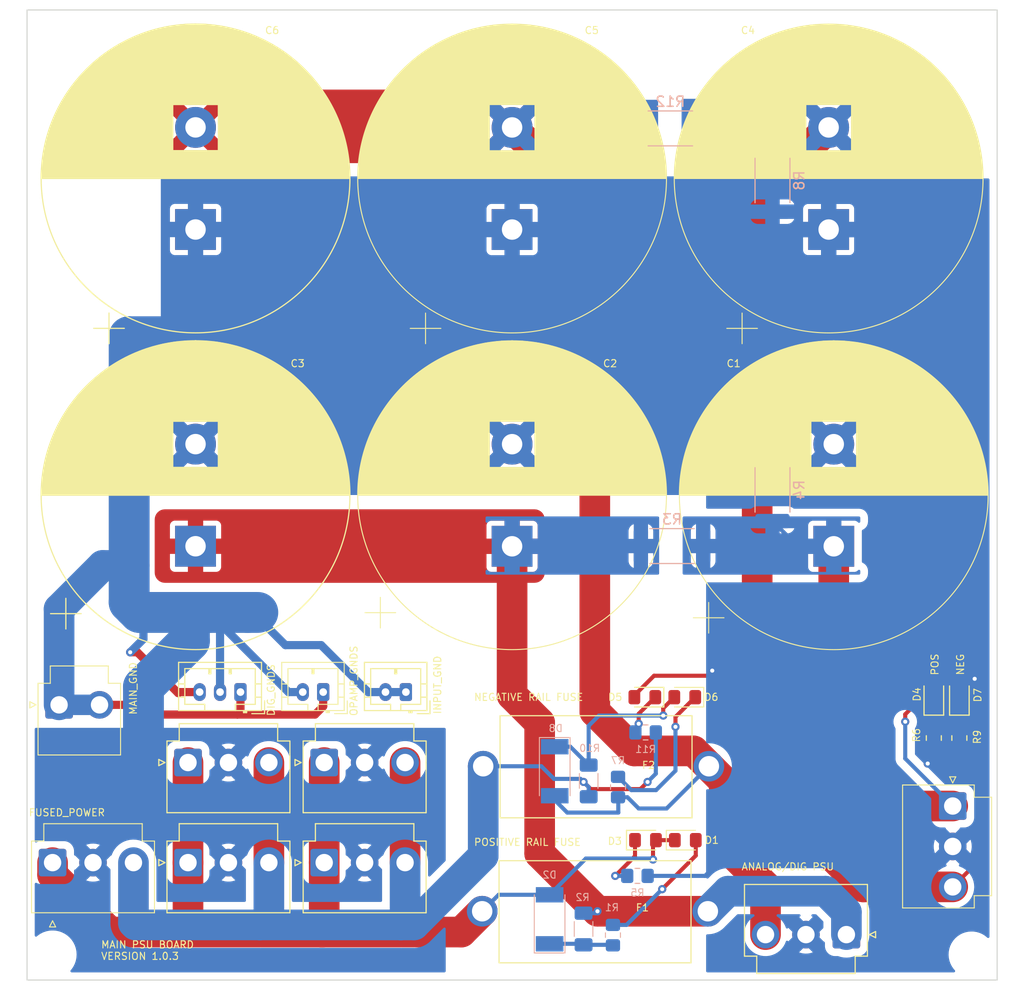
<source format=kicad_pcb>
(kicad_pcb (version 20211014) (generator pcbnew)
  (layers (0 "F.Cu" signal) (31 "B.Cu" signal) (34 "B.Paste" user) (35 "F.Paste" user) (36 "B.SilkS" user "B.Silkscreen") (37 "F.SilkS" user "F.Silkscreen") (38 "B.Mask" user) (39 "F.Mask" user) (44 "Edge.Cuts" user))
  (net 0 "")
  (net 1 "PGND")
  (net 2 "Net-(D1-Pad2)")
  (net 3 "Net-(D2-Pad1)")
  (net 4 "Net-(D3-Pad1)")
  (net 5 "Net-(D4-Pad1)")
  (net 6 "Net-(D5-Pad1)")
  (net 7 "VP1")
  (net 8 "VM1")
  (net 9 "VPOUT")
  (net 10 "VMOUT")
  (net 11 "Net-(D6-Pad2)")
  (net 12 "VPEXT")
  (net 13 "VMEXT")
  (net 14 "Net-(D7-Pad1)")
  (net 15 "Net-(D6-Pad1)")
  (footprint "Capacitor_THT:CP_Radial_D30.0mm_P10.00mm_SnapIn" (layer "F.Cu") (at 181 96.522935 90)
    (fp_text reference "C2" (at 17.900001 9.6 unlocked) (layer "F.SilkS") (effects (font (size 0.7 0.7) (thickness 0.1))))
    (fp_text value "15000U")
    (pad "1" thru_hole rect (at 0 0 90) (size 4 4) (drill 2) (layers *.Cu *.Mask) (net 12 "VPEXT"))
    (pad "2" thru_hole circle (at 10 0 90) (size 4 4) (drill 2) (layers *.Cu *.Mask) (net 1 "PGND"))
  )
  (footprint "MountingHole:MountingHole_3.2mm_M3" (layer "F.Cu") (at 226 46.5)
    (fp_text reference "H4" hide)
    (fp_text value "MountingHole")
    (pad "" np_thru_hole circle (at 0 0) (size 3.2 3.2) (drill 3.2) (layers *.Cu *.Mask))
  )
  (footprint "LED_SMD:LED_0805_2012Metric_Pad1.15x1.40mm_HandSolder" (layer "F.Cu") (at 222.3 111.2 90)
    (fp_text reference "D4" (at 0.175 -1.65 90 unlocked) (layer "F.SilkS") (effects (font (size 0.7 0.7) (thickness 0.1))))
    (fp_text value "YELLOW")
    (pad "1" smd roundrect (at -1.025 0 90) (size 1.15 1.4) (layers "F.Cu" "F.Paste" "F.Mask") (roundrect_rratio 0.2173913043) (net 5 "Net-(D4-Pad1)"))
    (pad "2" smd roundrect (at 1.025 0 90) (size 1.15 1.4) (layers "F.Cu" "F.Paste" "F.Mask") (roundrect_rratio 0.2173913043) (net 7 "VP1"))
  )
  (footprint "Capacitor_THT:CP_Radial_D30.0mm_P10.00mm_SnapIn" (layer "F.Cu") (at 212.5 96.522934 90)
    (fp_text reference "C1" (at 17.9 -9.8 unlocked) (layer "F.SilkS") (effects (font (size 0.7 0.7) (thickness 0.1))))
    (fp_text value "15000U")
    (pad "1" thru_hole rect (at 0 0 90) (size 4 4) (drill 2) (layers *.Cu *.Mask) (net 7 "VP1"))
    (pad "2" thru_hole circle (at 10 0 90) (size 4 4) (drill 2) (layers *.Cu *.Mask) (net 1 "PGND"))
  )
  (footprint "Connector_JST:JST_VH_B3P-VH_1x03_P3.96mm_Vertical" (layer "F.Cu") (at 162.6 127.5)
    (fp_text reference "J4" hide)
    (fp_text value "Conn_01x03_Male")
    (pad "1" thru_hole roundrect (at 0 0) (size 2.7 2.7) (drill 1.7) (layers *.Cu *.Mask) (roundrect_rratio 0.09259296296) (net 9 "VPOUT"))
    (pad "2" thru_hole circle (at 3.96 0) (size 2.7 2.7) (drill 1.7) (layers *.Cu *.Mask) (net 1 "PGND"))
    (pad "3" thru_hole circle (at 7.92 0) (size 2.7 2.7) (drill 1.7) (layers *.Cu *.Mask) (net 10 "VMOUT"))
  )
  (footprint "MountingHole:MountingHole_3.2mm_M3" (layer "F.Cu") (at 136 136.5)
    (fp_text reference "H2" hide)
    (fp_text value "MountingHole")
    (pad "" np_thru_hole circle (at 0 0) (size 3.2 3.2) (drill 3.2) (layers *.Cu *.Mask))
  )
  (footprint "Connector_JST:JST_VH_B3P-VH_1x03_P3.96mm_Vertical" (layer "F.Cu") (at 136 127.5)
    (fp_text reference "J2" hide)
    (fp_text value "Conn_01x03_Male")
    (pad "1" thru_hole roundrect (at 0 0) (size 2.7 2.7) (drill 1.7) (layers *.Cu *.Mask) (roundrect_rratio 0.09259296296) (net 9 "VPOUT"))
    (pad "2" thru_hole circle (at 3.96 0) (size 2.7 2.7) (drill 1.7) (layers *.Cu *.Mask) (net 1 "PGND"))
    (pad "3" thru_hole circle (at 7.92 0) (size 2.7 2.7) (drill 1.7) (layers *.Cu *.Mask) (net 10 "VMOUT"))
  )
  (footprint "Connector_JST:JST_VH_B2P-VH-B_1x02_P3.96mm_Vertical" (layer "F.Cu") (at 136.6375 112.05)
    (fp_text reference "J7" hide)
    (fp_text value "Conn_01x02_Male")
    (pad "1" thru_hole roundrect (at 0 0) (size 2.7 2.7) (drill 1.7) (layers *.Cu *.Mask) (roundrect_rratio 0.09259296296) (net 1 "PGND"))
    (pad "2" thru_hole circle (at 3.96 0) (size 2.7 2.7) (drill 1.7) (layers *.Cu *.Mask) (net 1 "PGND"))
  )
  (footprint "Capacitor_THT:CP_Radial_D30.0mm_P10.00mm_SnapIn" (layer "F.Cu") (at 212 65.505 90)
    (fp_text reference "C4" (at 19.505 -7.9 unlocked) (layer "F.SilkS") (effects (font (size 0.7 0.7) (thickness 0.1))))
    (fp_text value "15000U")
    (pad "1" thru_hole rect (at 0 0 90) (size 4 4) (drill 2) (layers *.Cu *.Mask) (net 1 "PGND"))
    (pad "2" thru_hole circle (at 10 0 90) (size 4 4) (drill 2) (layers *.Cu *.Mask) (net 8 "VM1"))
  )
  (footprint "Connector_JST:JST_VH_B3P-VH_1x03_P3.96mm_Vertical" (layer "F.Cu") (at 149.2625 117.7)
    (fp_text reference "J8" hide)
    (fp_text value "Conn_01x03_Male")
    (pad "1" thru_hole roundrect (at 0 0) (size 2.7 2.7) (drill 1.7) (layers *.Cu *.Mask) (roundrect_rratio 0.09259296296) (net 9 "VPOUT"))
    (pad "2" thru_hole circle (at 3.96 0) (size 2.7 2.7) (drill 1.7) (layers *.Cu *.Mask) (net 1 "PGND"))
    (pad "3" thru_hole circle (at 7.92 0) (size 2.7 2.7) (drill 1.7) (layers *.Cu *.Mask) (net 10 "VMOUT"))
  )
  (footprint "LED_SMD:LED_0805_2012Metric_Pad1.15x1.40mm_HandSolder" (layer "F.Cu") (at 197.9625 125.3)
    (fp_text reference "D1" (at 2.6 0 unlocked) (layer "F.SilkS") (effects (font (size 0.7 0.7) (thickness 0.1))))
    (fp_text value "RED")
    (pad "1" smd roundrect (at -1.025 0) (size 1.15 1.4) (layers "F.Cu" "F.Paste" "F.Mask") (roundrect_rratio 0.2173913043) (net 9 "VPOUT"))
    (pad "2" smd roundrect (at 1.025 0) (size 1.15 1.4) (layers "F.Cu" "F.Paste" "F.Mask") (roundrect_rratio 0.2173913043) (net 2 "Net-(D1-Pad2)"))
  )
  (footprint "LED_SMD:LED_0805_2012Metric_Pad1.15x1.40mm_HandSolder" (layer "F.Cu") (at 194.0625 125.3)
    (fp_text reference "D3" (at -3 0.1 unlocked) (layer "F.SilkS") (effects (font (size 0.7 0.7) (thickness 0.1))))
    (fp_text value "YELLOW")
    (pad "1" smd roundrect (at -1.025 0) (size 1.15 1.4) (layers "F.Cu" "F.Paste" "F.Mask") (roundrect_rratio 0.2173913043) (net 4 "Net-(D3-Pad1)"))
    (pad "2" smd roundrect (at 1.025 0) (size 1.15 1.4) (layers "F.Cu" "F.Paste" "F.Mask") (roundrect_rratio 0.2173913043) (net 9 "VPOUT"))
  )
  (footprint "Resistor_SMD:R_0805_2012Metric_Pad1.20x1.40mm_HandSolder" (layer "F.Cu") (at 224.8 115.3 -90)
    (fp_text reference "R9" (at -0.1 -1.75 90 unlocked) (layer "F.SilkS") (effects (font (size 0.7 0.7) (thickness 0.1))))
    (fp_text value "9.1K")
    (pad "1" smd roundrect (at -1 0 270) (size 1.2 1.4) (layers "F.Cu" "F.Paste" "F.Mask") (roundrect_rratio 0.2083333333) (net 14 "Net-(D7-Pad1)"))
    (pad "2" smd roundrect (at 1 0 270) (size 1.2 1.4) (layers "F.Cu" "F.Paste" "F.Mask") (roundrect_rratio 0.2083333333) (net 8 "VM1"))
  )
  (footprint "LED_SMD:LED_0805_2012Metric_Pad1.15x1.40mm_HandSolder" (layer "F.Cu") (at 224.8 111.2 90)
    (fp_text reference "D7" (at 0.1 1.8 90 unlocked) (layer "F.SilkS") (effects (font (size 0.7 0.7) (thickness 0.1))))
    (fp_text value "BLUE")
    (pad "1" smd roundrect (at -1.025 0 90) (size 1.15 1.4) (layers "F.Cu" "F.Paste" "F.Mask") (roundrect_rratio 0.2173913043) (net 14 "Net-(D7-Pad1)"))
    (pad "2" smd roundrect (at 1.025 0 90) (size 1.15 1.4) (layers "F.Cu" "F.Paste" "F.Mask") (roundrect_rratio 0.2173913043) (net 1 "PGND"))
  )
  (footprint "Connector_JST:JST_PH_B3B-PH-K_1x03_P2.00mm_Vertical" (layer "F.Cu") (at 154.4 110.8 180)
    (fp_text reference "J11" hide)
    (fp_text value "Conn_01x03_Male")
    (pad "1" thru_hole roundrect (at 0 0 180) (size 1.2 1.75) (drill 0.75) (layers *.Cu *.Mask) (roundrect_rratio 0.2083333333) (net 1 "PGND"))
    (pad "2" thru_hole oval (at 2 0 180) (size 1.2 1.75) (drill 0.75) (layers *.Cu *.Mask) (net 1 "PGND"))
    (pad "3" thru_hole oval (at 4 0 180) (size 1.2 1.75) (drill 0.75) (layers *.Cu *.Mask) (net 1 "PGND"))
  )
  (footprint "Connector_JST:JST_PH_B2B-PH-K_1x02_P2.00mm_Vertical" (layer "F.Cu") (at 170.6 110.8 180)
    (fp_text reference "J6" hide)
    (fp_text value "Conn_01x02_Male")
    (pad "1" thru_hole roundrect (at 0 0 180) (size 1.2 1.75) (drill 0.75) (layers *.Cu *.Mask) (roundrect_rratio 0.2083333333) (net 1 "PGND"))
    (pad "2" thru_hole oval (at 2 0 180) (size 1.2 1.75) (drill 0.75) (layers *.Cu *.Mask) (net 1 "PGND"))
  )
  (footprint "LED_SMD:LED_0805_2012Metric_Pad1.15x1.40mm_HandSolder" (layer "F.Cu") (at 194 111.3 180)
    (fp_text reference "D5" (at 2.9 0 unlocked) (layer "F.SilkS") (effects (font (size 0.7 0.7) (thickness 0.1))))
    (fp_text value "BLUE")
    (pad "1" smd roundrect (at -1.025 0 180) (size 1.15 1.4) (layers "F.Cu" "F.Paste" "F.Mask") (roundrect_rratio 0.2173913043) (net 6 "Net-(D5-Pad1)"))
    (pad "2" smd roundrect (at 1.025 0 180) (size 1.15 1.4) (layers "F.Cu" "F.Paste" "F.Mask") (roundrect_rratio 0.2173913043) (net 1 "PGND"))
  )
  (footprint "Connector_JST:JST_VH_B3P-VH_1x03_P3.96mm_Vertical" (layer "F.Cu") (at 149.2625 127.5)
    (fp_text reference "J3" hide)
    (fp_text value "Conn_01x03_Male")
    (pad "1" thru_hole roundrect (at 0 0) (size 2.7 2.7) (drill 1.7) (layers *.Cu *.Mask) (roundrect_rratio 0.09259296296) (net 9 "VPOUT"))
    (pad "2" thru_hole circle (at 3.96 0) (size 2.7 2.7) (drill 1.7) (layers *.Cu *.Mask) (net 1 "PGND"))
    (pad "3" thru_hole circle (at 7.92 0) (size 2.7 2.7) (drill 1.7) (layers *.Cu *.Mask) (net 10 "VMOUT"))
  )
  (footprint "Capacitor_THT:CP_Radial_D30.0mm_P10.00mm_SnapIn" (layer "F.Cu") (at 181 65.505 90)
    (fp_text reference "C5" (at 19.505 7.8 unlocked) (layer "F.SilkS") (effects (font (size 0.7 0.7) (thickness 0.1))))
    (fp_text value "15000U")
    (pad "1" thru_hole rect (at 0 0 90) (size 4 4) (drill 2) (layers *.Cu *.Mask) (net 1 "PGND"))
    (pad "2" thru_hole circle (at 10 0 90) (size 4 4) (drill 2) (layers *.Cu *.Mask) (net 13 "VMEXT"))
  )
  (footprint "Connector_JST:JST_VH_B3P-VH_1x03_P3.96mm_Vertical" (layer "F.Cu") (at 224.15 121.9575 -90)
    (fp_text reference "J9" hide)
    (fp_text value "Conn_01x03_Male")
    (pad "1" thru_hole roundrect (at 0 0 270) (size 2.7 2.7) (drill 1.7) (layers *.Cu *.Mask) (roundrect_rratio 0.09259296296) (net 7 "VP1"))
    (pad "2" thru_hole circle (at 3.96 0 270) (size 2.7 2.7) (drill 1.7) (layers *.Cu *.Mask) (net 1 "PGND"))
    (pad "3" thru_hole circle (at 7.92 0 270) (size 2.7 2.7) (drill 1.7) (layers *.Cu *.Mask) (net 8 "VM1"))
  )
  (footprint "LED_SMD:LED_0805_2012Metric_Pad1.15x1.40mm_HandSolder" (layer "F.Cu") (at 197.91 111.3 180)
    (fp_text reference "D6" (at -2.6 0.004169 unlocked) (layer "F.SilkS") (effects (font (size 0.7 0.7) (thickness 0.1))))
    (fp_text value "RED")
    (pad "1" smd roundrect (at -1.025 0 180) (size 1.15 1.4) (layers "F.Cu" "F.Paste" "F.Mask") (roundrect_rratio 0.2173913043) (net 15 "Net-(D6-Pad1)"))
    (pad "2" smd roundrect (at 1.025 0 180) (size 1.15 1.4) (layers "F.Cu" "F.Paste" "F.Mask") (roundrect_rratio 0.2173913043) (net 11 "Net-(D6-Pad2)"))
  )
  (footprint "Connector_JST:JST_VH_B3P-VH_1x03_P3.96mm_Vertical" (layer "F.Cu") (at 213.7375 134.55 180)
    (fp_text reference "J1" hide)
    (fp_text value "Conn_01x03_Male")
    (pad "1" thru_hole roundrect (at 0 0 180) (size 2.7 2.7) (drill 1.7) (layers *.Cu *.Mask) (roundrect_rratio 0.09259296296) (net 12 "VPEXT"))
    (pad "2" thru_hole circle (at 3.96 0 180) (size 2.7 2.7) (drill 1.7) (layers *.Cu *.Mask) (net 1 "PGND"))
    (pad "3" thru_hole circle (at 7.92 0 180) (size 2.7 2.7) (drill 1.7) (layers *.Cu *.Mask) (net 13 "VMEXT"))
  )
  (footprint "Fuse:5x20mm AliExpress 250V 6A" (layer "F.Cu") (at 188.870833 125.7125 180)
    (fp_text reference "F1" (at -4.891667 -6.2 unlocked) (layer "F.SilkS") (effects (font (size 0.7 0.7) (thickness 0.1))))
    (fp_text value "Fuse_Small")
    (pad "1" thru_hole circle (at -11.3 -6.55 180) (size 3 3) (drill 2) (layers *.Cu *.Mask) (net 12 "VPEXT"))
    (pad "2" thru_hole circle (at 10.8 -6.55 180) (size 3 3) (drill 2) (layers *.Cu *.Mask) (net 9 "VPOUT"))
  )
  (footprint "Connector_JST:JST_VH_B3P-VH_1x03_P3.96mm_Vertical" (layer "F.Cu") (at 162.6 117.7)
    (fp_text reference "J10" hide)
    (fp_text value "Conn_01x03_Male")
    (pad "1" thru_hole roundrect (at 0 0) (size 2.7 2.7) (drill 1.7) (layers *.Cu *.Mask) (roundrect_rratio 0.09259296296) (net 9 "VPOUT"))
    (pad "2" thru_hole circle (at 3.96 0) (size 2.7 2.7) (drill 1.7) (layers *.Cu *.Mask) (net 1 "PGND"))
    (pad "3" thru_hole circle (at 7.92 0) (size 2.7 2.7) (drill 1.7) (layers *.Cu *.Mask) (net 10 "VMOUT"))
  )
  (footprint "Connector_JST:JST_PH_B2B-PH-K_1x02_P2.00mm_Vertical" (layer "F.Cu") (at 162.5 110.8 180)
    (fp_text reference "J5" hide)
    (fp_text value "Conn_01x02_Male")
    (pad "1" thru_hole roundrect (at 0 0 180) (size 1.2 1.75) (drill 0.75) (layers *.Cu *.Mask) (roundrect_rratio 0.2083333333) (net 1 "PGND"))
    (pad "2" thru_hole oval (at 2 0 180) (size 1.2 1.75) (drill 0.75) (layers *.Cu *.Mask) (net 1 "PGND"))
  )
  (footprint "MountingHole:MountingHole_3mm" (layer "F.Cu") (at 226 136.5)
    (fp_text reference "H1" hide)
    (fp_text value "MountingHole")
    (pad "" np_thru_hole circle (at 0 0) (size 3 3) (drill 3) (layers *.Cu *.Mask))
  )
  (footprint "Capacitor_THT:CP_Radial_D30.0mm_P10.00mm_SnapIn" (layer "F.Cu") (at 150 65.5 90)
    (fp_text reference "C6" (at 19.5 7.5 unlocked) (layer "F.SilkS") (effects (font (size 0.7 0.7) (thickness 0.1))))
    (fp_text value "15000U")
    (pad "1" thru_hole rect (at 0 0 90) (size 4 4) (drill 2) (layers *.Cu *.Mask) (net 1 "PGND"))
    (pad "2" thru_hole circle (at 10 0 90) (size 4 4) (drill 2) (layers *.Cu *.Mask) (net 13 "VMEXT"))
  )
  (footprint "Capacitor_THT:CP_Radial_D30.0mm_P10.00mm_SnapIn" (layer "F.Cu") (at 150 96.517934 90)
    (fp_text reference "C3" (at 17.895 10 unlocked) (layer "F.SilkS") (effects (font (size 0.7 0.7) (thickness 0.1))))
    (fp_text value "15000U")
    (pad "1" thru_hole rect (at 0 0 90) (size 4 4) (drill 2) (layers *.Cu *.Mask) (net 12 "VPEXT"))
    (pad "2" thru_hole circle (at 10 0 90) (size 4 4) (drill 2) (layers *.Cu *.Mask) (net 1 "PGND"))
  )
  (footprint "Fuse:5x20mm AliExpress 250V 6A" (layer "F.Cu") (at 188.970833 111.5125 180)
    (fp_text reference "F2" (at -5.391667 -6.45 unlocked) (layer "F.SilkS") (effects (font (size 0.7 0.7) (thickness 0.1))))
    (fp_text value "Fuse_Small")
    (pad "1" thru_hole circle (at -11.3 -6.55 180) (size 3 3) (drill 2) (layers *.Cu *.Mask) (net 13 "VMEXT"))
    (pad "2" thru_hole circle (at 10.8 -6.55 180) (size 3 3) (drill 2) (layers *.Cu *.Mask) (net 10 "VMOUT"))
  )
  (footprint "Resistor_SMD:R_0805_2012Metric_Pad1.20x1.40mm_HandSolder" (layer "F.Cu") (at 222.3 115.3 -90)
    (fp_text reference "R6" (at -0.275 1.7 90 unlocked) (layer "F.SilkS") (effects (font (size 0.7 0.7) (thickness 0.1))))
    (fp_text value "9.1K")
    (pad "1" smd roundrect (at -1 0 270) (size 1.2 1.4) (layers "F.Cu" "F.Paste" "F.Mask") (roundrect_rratio 0.2083333333) (net 5 "Net-(D4-Pad1)"))
    (pad "2" smd roundrect (at 1 0 270) (size 1.2 1.4) (layers "F.Cu" "F.Paste" "F.Mask") (roundrect_rratio 0.2083333333) (net 1 "PGND"))
  )
  (footprint "MountingHole:MountingHole_3mm" (layer "F.Cu") (at 136 46.5)
    (fp_text reference "H3" hide)
    (fp_text value "MountingHole")
    (pad "" np_thru_hole circle (at 0 0) (size 3 3) (drill 3) (layers *.Cu *.Mask))
  )
  (footprint "Diode_SMD:D_MELF" (layer "B.Cu") (at 185.175 118.55 -90)
    (fp_text reference "D8" (at -4.2 -0.1 unlocked) (layer "B.SilkS") (effects (font (size 0.7 0.7) (thickness 0.1)) (justify mirror)))
    (fp_text value "5V")
    (pad "1" smd rect (at -2.4 0 270) (size 1.5 2.7) (layers "B.Cu" "B.Paste" "B.Mask") (net 11 "Net-(D6-Pad2)"))
    (pad "2" smd rect (at 2.4 0 270) (size 1.5 2.7) (layers "B.Cu" "B.Paste" "B.Mask") (net 13 "VMEXT"))
  )
  (footprint "Resistor_SMD:R_1206_3216Metric_Pad1.30x1.75mm_HandSolder" (layer "B.Cu") (at 188.5 119.5 90)
    (fp_text reference "R10" (at 3.2 0.1 unlocked) (layer "B.SilkS") (effects (font (size 0.7 0.7) (thickness 0.1)) (justify mirror)))
    (fp_text value "3.5K")
    (pad "1" smd roundrect (at -1.55 0 90) (size 1.3 1.75) (layers "B.Cu" "B.Paste" "B.Mask") (roundrect_rratio 0.1923076923) (net 10 "VMOUT"))
    (pad "2" smd roundrect (at 1.55 0 90) (size 1.3 1.75) (layers "B.Cu" "B.Paste" "B.Mask") (roundrect_rratio 0.1923076923) (net 11 "Net-(D6-Pad2)"))
  )
  (footprint "Resistor_SMD:R_2512_6332Metric_Pad1.40x3.35mm_HandSolder" (layer "B.Cu") (at 196.5 55.6 180)
    (fp_text reference "R12" (at 0 2.62) (layer "B.SilkS") (effects (justify mirror)))
    (fp_text value "0.050")
    (pad "1" smd roundrect (at -3.05 0 180) (size 1.4 3.35) (layers "B.Cu" "B.Paste" "B.Mask") (roundrect_rratio 0.1785707143) (net 8 "VM1"))
    (pad "2" smd roundrect (at 3.05 0 180) (size 1.4 3.35) (layers "B.Cu" "B.Paste" "B.Mask") (roundrect_rratio 0.1785707143) (net 13 "VMEXT"))
  )
  (footprint "Resistor_SMD:R_1206_3216Metric_Pad1.30x1.75mm_HandSolder" (layer "B.Cu") (at 188 134 -90)
    (fp_text reference "R2" (at -3.1 0.1 unlocked) (layer "B.SilkS") (effects (font (size 0.7 0.7) (thickness 0.1)) (justify mirror)))
    (fp_text value "3.5K")
    (pad "1" smd roundrect (at -1.55 0 270) (size 1.3 1.75) (layers "B.Cu" "B.Paste" "B.Mask") (roundrect_rratio 0.1923076923) (net 12 "VPEXT"))
    (pad "2" smd roundrect (at 1.55 0 270) (size 1.3 1.75) (layers "B.Cu" "B.Paste" "B.Mask") (roundrect_rratio 0.1923076923) (net 3 "Net-(D2-Pad1)"))
  )
  (footprint "Resistor_SMD:R_0805_2012Metric_Pad1.20x1.40mm_HandSolder" (layer "B.Cu") (at 194.075 114.75)
    (fp_text reference "R11" (at 0 1.65 unlocked) (layer "B.SilkS") (effects (font (size 0.7 0.7) (thickness 0.1)) (justify mirror)))
    (fp_text value "9.1K")
    (pad "1" smd roundrect (at -1 0) (size 1.2 1.4) (layers "B.Cu" "B.Paste" "B.Mask") (roundrect_rratio 0.2083333333) (net 6 "Net-(D5-Pad1)"))
    (pad "2" smd roundrect (at 1 0) (size 1.2 1.4) (layers "B.Cu" "B.Paste" "B.Mask") (roundrect_rratio 0.2083333333) (net 10 "VMOUT"))
  )
  (footprint "Resistor_SMD:R_2512_6332Metric_Pad1.40x3.35mm_HandSolder" (layer "B.Cu") (at 206.5 91 90)
    (fp_text reference "R4" (at 0 2.62 270) (layer "B.SilkS") (effects (justify mirror)))
    (fp_text value "1.2K")
    (pad "1" smd roundrect (at -3.05 0 90) (size 1.4 3.35) (layers "B.Cu" "B.Paste" "B.Mask") (roundrect_rratio 0.1785707143) (net 7 "VP1"))
    (pad "2" smd roundrect (at 3.05 0 90) (size 1.4 3.35) (layers "B.Cu" "B.Paste" "B.Mask") (roundrect_rratio 0.1785707143) (net 1 "PGND"))
  )
  (footprint "Resistor_SMD:R_0805_2012Metric_Pad1.20x1.40mm_HandSolder" (layer "B.Cu") (at 191.375 120.1 90)
    (fp_text reference "R7" (at 2.6 0 unlocked) (layer "B.SilkS") (effects (font (size 0.7 0.7) (thickness 0.1)) (justify mirror)))
    (fp_text value "560R")
    (pad "1" smd roundrect (at -1 0 90) (size 1.2 1.4) (layers "B.Cu" "B.Paste" "B.Mask") (roundrect_rratio 0.2083333333) (net 13 "VMEXT"))
    (pad "2" smd roundrect (at 1 0 90) (size 1.2 1.4) (layers "B.Cu" "B.Paste" "B.Mask") (roundrect_rratio 0.2083333333) (net 15 "Net-(D6-Pad1)"))
  )
  (footprint "Diode_SMD:D_MELF" (layer "B.Cu") (at 184.675 133.05 90)
    (fp_text reference "D2" (at 4.35 0 unlocked) (layer "B.SilkS") (effects (font (size 0.7 0.7) (thickness 0.1)) (justify mirror)))
    (fp_text value "5V")
    (pad "1" smd rect (at -2.4 0 90) (size 1.5 2.7) (layers "B.Cu" "B.Paste" "B.Mask") (net 3 "Net-(D2-Pad1)"))
    (pad "2" smd rect (at 2.4 0 90) (size 1.5 2.7) (layers "B.Cu" "B.Paste" "B.Mask") (net 9 "VPOUT"))
  )
  (footprint "Resistor_SMD:R_2512_6332Metric_Pad1.40x3.35mm_HandSolder" (layer "B.Cu") (at 206.5 60.7 90)
    (fp_text reference "R8" (at 0 2.62 270) (layer "B.SilkS") (effects (justify mirror)))
    (fp_text value "1.2K")
    (pad "1" smd roundrect (at -3.05 0 90) (size 1.4 3.35) (layers "B.Cu" "B.Paste" "B.Mask") (roundrect_rratio 0.1785707143) (net 1 "PGND"))
    (pad "2" smd roundrect (at 3.05 0 90) (size 1.4 3.35) (layers "B.Cu" "B.Paste" "B.Mask") (roundrect_rratio 0.1785707143) (net 8 "VM1"))
  )
  (footprint "Resistor_SMD:R_2512_6332Metric_Pad1.40x3.35mm_HandSolder" (layer "B.Cu") (at 196.6625 96.5 180)
    (fp_text reference "R3" (at 0 2.62) (layer "B.SilkS") (effects (justify mirror)))
    (fp_text value "0.050")
    (pad "1" smd roundrect (at -3.05 0 180) (size 1.4 3.35) (layers "B.Cu" "B.Paste" "B.Mask") (roundrect_rratio 0.1785707143) (net 7 "VP1"))
    (pad "2" smd roundrect (at 3.05 0 180) (size 1.4 3.35) (layers "B.Cu" "B.Paste" "B.Mask") (roundrect_rratio 0.1785707143) (net 12 "VPEXT"))
  )
  (footprint "Resistor_SMD:R_0805_2012Metric_Pad1.20x1.40mm_HandSolder" (layer "B.Cu") (at 190.875 134.6 90)
    (fp_text reference "R1" (at 2.7 -0.1 unlocked) (layer "B.SilkS") (effects (font (size 0.7 0.7) (thickness 0.1)) (justify mirror)))
    (fp_text value "560R")
    (pad "1" smd roundrect (at -1 0 90) (size 1.2 1.4) (layers "B.Cu" "B.Paste" "B.Mask") (roundrect_rratio 0.2083333333) (net 3 "Net-(D2-Pad1)"))
    (pad "2" smd roundrect (at 1 0 90) (size 1.2 1.4) (layers "B.Cu" "B.Paste" "B.Mask") (roundrect_rratio 0.2083333333) (net 2 "Net-(D1-Pad2)"))
  )
  (footprint "Resistor_SMD:R_0805_2012Metric_Pad1.20x1.40mm_HandSolder" (layer "B.Cu") (at 193.275 128.8)
    (fp_text reference "R5" (at 0 1.65 unlocked) (layer "B.SilkS") (effects (font (size 0.7 0.7) (thickness 0.1)) (justify mirror)))
    (fp_text value "9.1K")
    (pad "1" smd roundrect (at -1 0) (size 1.2 1.4) (layers "B.Cu" "B.Paste" "B.Mask") (roundrect_rratio 0.2083333333) (net 4 "Net-(D3-Pad1)"))
    (pad "2" smd roundrect (at 1 0) (size 1.2 1.4) (layers "B.Cu" "B.Paste" "B.Mask") (roundrect_rratio 0.2083333333) (net 1 "PGND"))
  )
  (gr_line (start 228.5 44) (end 133.5 44) (layer "Edge.Cuts") (width 0.1))
  (gr_line (start 228.5 139) (end 228.5 44) (layer "Edge.Cuts") (width 0.1))
  (gr_line (start 133.5 44) (end 133.5 139) (layer "Edge.Cuts") (width 0.1))
  (gr_line (start 133.5 139) (end 228.5 139) (layer "Edge.Cuts") (width 0.1))
  (gr_text "FUSED_POWER" (at 137.4 122.6) (layer "F.SilkS") (effects (font (size 0.7 0.7) (thickness 0.1))))
  (gr_text "ANALOG/DIG PSU" (at 208 127.9) (layer "F.SilkS") (effects (font (size 0.7 0.7) (thickness 0.1))))
  (gr_text "MAIN PSU BOARD\nVERSION 1.0.3" (at 140.7 136.1) (layer "F.SilkS") (effects (font (size 0.7 0.7) (thickness 0.1)) (justify left)))
  (gr_text "POSITIVE RAIL FUSE" (at 182.5 125.5) (layer "F.SilkS") (effects (font (size 0.7 0.7) (thickness 0.1))))
  (gr_text "MAIN_GND" (at 143.9 110.441667 90) (layer "F.SilkS") (effects (font (size 0.7 0.7) (thickness 0.1))))
  (gr_text "NEGATIVE RAIL FUSE" (at 182.616667 111.3) (layer "F.SilkS") (effects (font (size 0.7 0.7) (thickness 0.1))))
  (gr_text "POS" (at 222.4 108.1 90) (layer "F.SilkS") (effects (font (size 0.7 0.7) (thickness 0.1))))
  (gr_text "OPAMP_GNDS" (at 165.5 109.7 90) (layer "F.SilkS") (effects (font (size 0.7 0.7) (thickness 0.1))))
  (gr_text "DIG_GNDS" (at 157.4 110.6 90) (layer "F.SilkS") (effects (font (size 0.7 0.7) (thickness 0.1))))
  (gr_text "NEG\n" (at 224.9 108.1 90) (layer "F.SilkS") (effects (font (size 0.7 0.7) (thickness 0.1))))
  (gr_text "INPUT_GND" (at 173.7 110.1 90) (layer "F.SilkS") (effects (font (size 0.7 0.7) (thickness 0.1))))
  (segment (start 148.3 110.9) (end 148.4 110.8) (width 0.8) (layer "F.Cu") (net 1))
  (segment (start 194.9 109.2) (end 200.1 109.2) (width 0.4) (layer "F.Cu") (net 1))
  (segment (start 143.65 112.05) (end 140.5975 112.05) (width 0.8) (layer "F.Cu") (net 1))
  (segment (start 222.3 117.2) (end 221.7 117.8) (width 0.4) (layer "F.Cu") (net 1))
  (segment (start 154.4 112.7) (end 154.4 110.8) (width 0.8) (layer "F.Cu") (net 1))
  (segment (start 144.6 113) (end 143.65 112.05) (width 0.8) (layer "F.Cu") (net 1))
  (segment (start 200.1 109.2) (end 200.6 108.7) (width 0.4) (layer "F.Cu") (net 1))
  (segment (start 224.8 110.175) (end 225.625 110.175) (width 0.4) (layer "F.Cu") (net 1))
  (segment (start 154.1 113) (end 161.7 113) (width 0.8) (layer "F.Cu") (net 1))
  (segment (start 161.7 113) (end 162.5 112.2) (width 0.8) (layer "F.Cu") (net 1))
  (segment (start 225.625 110.175) (end 226.3 109.5) (width 0.4) (layer "F.Cu") (net 1))
  (segment (start 154.1 113) (end 154.4 112.7) (width 0.8) (layer "F.Cu") (net 1))
  (segment (start 193.1 111) (end 194.9 109.2) (width 0.4) (layer "F.Cu") (net 1))
  (segment (start 143.6 106.9) (end 144.3 106.9) (width 0.8) (layer "F.Cu") (net 1))
  (segment (start 144.3 106.9) (end 148.3 110.9) (width 0.8) (layer "F.Cu") (net 1))
  (segment (start 222.3 116.3) (end 222.3 117.2) (width 0.4) (layer "F.Cu") (net 1))
  (segment (start 154.1 113) (end 144.6 113) (width 0.8) (layer "F.Cu") (net 1))
  (segment (start 148.4 110.8) (end 150.4 110.8) (width 0.8) (layer "F.Cu") (net 1))
  (segment (start 162.5 112.2) (end 162.5 110.8) (width 0.8) (layer "F.Cu") (net 1))
  (via (at 200.6 108.7) (size 0.8) (drill 0.4) (layers "F.Cu" "B.Cu") (net 1))
  (via (at 221.7 117.8) (size 0.8) (drill 0.4) (layers "F.Cu" "B.Cu") (net 1))
  (via (at 143.6 106.9) (size 0.8) (drill 0.4) (layers "F.Cu" "B.Cu") (net 1))
  (via (at 226.3 109.5) (size 0.8) (drill 0.4) (layers "F.Cu" "B.Cu") (net 1))
  (segment (start 151.3 103) (end 155.1 103) (width 4) (layer "B.Cu") (net 1))
  (segment (start 149.4 103) (end 149.4 105.8) (width 4) (layer "B.Cu") (net 1))
  (segment (start 143.5 102) (end 144 102.5) (width 4) (layer "B.Cu") (net 1))
  (segment (start 148.4 76) (end 143.5 76) (width 4) (layer "B.Cu") (net 1))
  (segment (start 144.9 110.3) (end 144.9 115.4) (width 4) (layer "B.Cu") (net 1))
  (segment (start 136.6375 102.6625) (end 140.9 98.4) (width 3) (layer "B.Cu") (net 1))
  (segment (start 156.1 103.5) (end 156.1 103) (width 0.8) (layer "B.Cu") (net 1))
  (segment (start 136.6375 112.05) (end 136.6375 102.6625) (width 3) (layer "B.Cu") (net 1))
  (segment (start 140.5975 112.05) (end 136.6375 112.05) (width 2) (layer "B.Cu") (net 1))
  (segment (start 152.4 110.8) (end 152.4 104.1) (width 0.8) (layer "B.Cu") (net 1))
  (segment (start 160.5 110.8) (end 159.1 110.8) (width 0.8) (layer "B.Cu") (net 1))
  (segment (start 152.4 104.1) (end 151.3 103) (width 0.8) (layer "B.Cu") (net 1))
  (segment (start 149.4 103) (end 151.3 103) (width 4) (layer "B.Cu") (net 1))
  (segment (start 194.275 128.8) (end 199.9 128.8) (width 0.4) (layer "B.Cu") (net 1))
  (segment (start 199.9 128.8) (end 200.8 127.9) (width 0.4) (layer "B.Cu") (net 1))
  (segment (start 144.9 105.6) (end 143.6 106.9) (width 0.8) (layer "B.Cu") (net 1))
  (segment (start 144.5 103) (end 149.4 103) (width 4) (layer "B.Cu") (net 1))
  (segment (start 166.9 110.8) (end 168.6 110.8) (width 0.8) (layer "B.Cu") (net 1))
  (segment (start 159.1 110.8) (end 151.3 103) (width 0.8) (layer "B.Cu") (net 1))
  (segment (start 143.5 98.4) (end 143.5 102) (width 4) (layer "B.Cu") (net 1))
  (segment (start 149.4 105.8) (end 144.9 110.3) (width 4) (layer "B.Cu") (net 1))
  (segment (start 170.6 110.8) (end 168.6 110.8) (width 0.8) (layer "B.Cu") (net 1))
  (segment (start 158.8 106.2) (end 156.1 103.5) (width 0.8) (layer "B.Cu") (net 1))
  (segment (start 162.3 106.2) (end 158.8 106.2) (width 0.8) (layer "B.Cu") (net 1))
  (segment (start 162.3 106.2) (end 166.9 110.8) (width 0.8) (layer "B.Cu") (net 1))
  (segment (start 143.5 76) (end 143.5 98.4) (width 4) (layer "B.Cu") (net 1))
  (segment (start 140.9 98.4) (end 143.5 98.4) (width 3) (layer "B.Cu") (net 1))
  (segment (start 144 102.5) (end 144.5 103) (width 4) (layer "B.Cu") (net 1))
  (segment (start 155.1 103) (end 156.1 103) (width 4) (layer "B.Cu") (net 1))
  (segment (start 144.9 103.4) (end 144.9 105.6) (width 0.8) (layer "B.Cu") (net 1))
  (segment (start 144.5 103) (end 144.9 103.4) (width 0.8) (layer "B.Cu") (net 1))
  (segment (start 198.9875 125.3) (end 198.9875 126.8125) (width 0.4) (layer "F.Cu") (net 2))
  (segment (start 198.9875 126.8125) (end 195.7 130.1) (width 0.4) (layer "F.Cu") (net 2))
  (via (at 195.7 130.1) (size 0.8) (drill 0.4) (layers "F.Cu" "B.Cu") (net 2))
  (segment (start 192.2 133.6) (end 190.875 133.6) (width 0.4) (layer "B.Cu") (net 2))
  (segment (start 195.7 130.1) (end 192.2 133.6) (width 0.4) (layer "B.Cu") (net 2))
  (segment (start 188 135.55) (end 190.825 135.55) (width 0.4) (layer "B.Cu") (net 3))
  (segment (start 184.675 135.45) (end 187.9 135.45) (width 0.4) (layer "B.Cu") (net 3))
  (segment (start 193.0375 126.8625) (end 191.1 128.8) (width 0.4) (layer "F.Cu") (net 4))
  (segment (start 193.0375 125.3) (end 193.0375 126.8625) (width 0.4) (layer "F.Cu") (net 4))
  (via (at 191.1 128.8) (size 0.8) (drill 0.4) (layers "F.Cu" "B.Cu") (net 4))
  (segment (start 191.1 128.8) (end 192.275 128.8) (width 0.4) (layer "B.Cu") (net 4))
  (segment (start 222.3 112.225) (end 222.3 114.3) (width 0.4) (layer "F.Cu") (net 5))
  (segment (start 193.398696 113.8995) (end 193.398696 112.926304) (width 0.4) (layer "F.Cu") (net 6))
  (segment (start 193.398696 112.926304) (end 195.0425 111.2825) (width 0.4) (layer "F.Cu") (net 6))
  (via (at 193.398696 113.8995) (size 0.8) (drill 0.4) (layers "F.Cu" "B.Cu") (net 6))
  (segment (start 193.398696 114.426304) (end 193.398696 113.8995) (width 0.4) (layer "B.Cu") (net 6))
  (segment (start 224.15 121.9575) (end 217.4575 121.9575) (width 3) (layer "F.Cu") (net 7))
  (segment (start 217.4575 121.9575) (end 212.5 117) (width 3) (layer "F.Cu") (net 7))
  (segment (start 219.5 112.975) (end 219.5 113.7) (width 0.4) (layer "F.Cu") (net 7))
  (segment (start 222.3 110.175) (end 219.5 112.975) (width 0.4) (layer "F.Cu") (net 7))
  (segment (start 212.5 117) (end 212.5 96.522934) (width 3) (layer "F.Cu") (net 7))
  (via (at 219.5 113.7) (size 0.8) (drill 0.4) (layers "F.Cu" "B.Cu") (net 7))
  (segment (start 208.972934 96.522934) (end 211.022934 96.522934) (width 0.4) (layer "B.Cu") (net 7))
  (segment (start 219.5 113.7) (end 219.5 117.3075) (width 0.4) (layer "B.Cu") (net 7))
  (segment (start 219.5 117.3075) (end 224.15 121.9575) (width 0.4) (layer "B.Cu") (net 7))
  (segment (start 206.5 94.05) (end 208.972934 96.522934) (width 0.4) (layer "B.Cu") (net 7))
  (segment (start 205 62.505) (end 205 114.1) (width 3) (layer "F.Cu") (net 8))
  (segment (start 205 114.1) (end 208 117.1) (width 3) (layer "F.Cu") (net 8))
  (segment (start 212 55.505) (end 205 62.505) (width 3) (layer "F.Cu") (net 8))
  (segment (start 227.3 126.7275) (end 224.15 129.8775) (width 0.4) (layer "F.Cu") (net 8))
  (segment (start 224.8 116.3) (end 227.3 118.8) (width 0.4) (layer "F.Cu") (net 8))
  (segment (start 208 122.5) (end 215.3775 129.8775) (width 3) (layer "F.Cu") (net 8))
  (segment (start 215.3775 129.8775) (end 224.15 129.8775) (width 3) (layer "F.Cu") (net 8))
  (segment (start 227.3 118.8) (end 227.3 126.7275) (width 0.4) (layer "F.Cu") (net 8))
  (segment (start 208 117.1) (end 208 122.5) (width 3) (layer "F.Cu") (net 8))
  (segment (start 209.855 57.65) (end 212 55.505) (width 0.4) (layer "B.Cu") (net 8))
  (segment (start 206.5 57.65) (end 209.855 57.65) (width 0.4) (layer "B.Cu") (net 8))
  (segment (start 136 127.5) (end 136 128.7) (width 3) (layer "F.Cu") (net 9))
  (segment (start 149.2625 127.5) (end 149.2625 134.0625) (width 3) (layer "F.Cu") (net 9))
  (segment (start 162.6 117.7) (end 162.6 127.5) (width 3) (layer "F.Cu") (net 9))
  (segment (start 149.5 134.3) (end 162.4 134.3) (width 3) (layer "F.Cu") (net 9))
  (segment (start 149.2625 117.7) (end 149.2625 127.5) (width 3) (layer "F.Cu") (net 9))
  (segment (start 176.033333 134.3) (end 178.070833 132.2625) (width 3) (layer "F.Cu") (net 9))
  (segment (start 141.6 134.3) (end 149.5 134.3) (width 3) (layer "F.Cu") (net 9))
  (segment (start 162.6 127.5) (end 162.6 134.1) (width 3) (layer "F.Cu") (net 9))
  (segment (start 136 128.7) (end 141.6 134.3) (width 3) (layer "F.Cu") (net 9))
  (segment (start 162.4 134.3) (end 176.033333 134.3) (width 3) (layer "F.Cu") (net 9))
  (segment (start 149.2625 134.0625) (end 149.5 134.3) (width 3) (layer "F.Cu") (net 9))
  (segment (start 194.8 127.2) (end 194.8 125.5875) (width 0.4) (layer "F.Cu") (net 9))
  (segment (start 162.6 134.1) (end 162.4 134.3) (width 3) (layer "F.Cu") (net 9))
  (segment (start 195.0875 125.3) (end 196.9375 125.3) (width 0.4) (layer "F.Cu") (net 9))
  (via (at 194.8 127.2) (size 0.8) (drill 0.4) (layers "F.Cu" "B.Cu") (net 9))
  (segment (start 184.675 130.65) (end 179.683333 130.65) (width 0.4) (layer "B.Cu") (net 9))
  (segment (start 194.7 127.1) (end 194.8 127.2) (width 0.4) (layer "B.Cu") (net 9))
  (segment (start 179.683333 130.65) (end 178.070833 132.2625) (width 0.4) (layer "B.Cu") (net 9))
  (segment (start 188.225 127.1) (end 194.7 127.1) (width 0.4) (layer "B.Cu") (net 9))
  (segment (start 184.675 130.65) (end 188.225 127.1) (width 0.4) (layer "B.Cu") (net 9))
  (segment (start 188.7 120.3) (end 193.565832 120.3) (width 0.4) (layer "F.Cu") (net 10))
  (segment (start 157.1825 117.7) (end 157.1825 127.5) (width 3) (layer "F.Cu") (net 10))
  (segment (start 188 119.6) (end 188.7 120.3) (width 0.4) (layer "F.Cu") (net 10))
  (segment (start 193.565832 120.3) (end 194.265332 119.6005) (width 0.4) (layer "F.Cu") (net 10))
  (segment (start 170.52 117.7) (end 170.52 127.5) (width 3) (layer "F.Cu") (net 10))
  (via (at 188 119.6) (size 0.8) (drill 0.4) (layers "F.Cu" "B.Cu") (net 10))
  (via (at 194.265332 119.6005) (size 0.8) (drill 0.4) (layers "F.Cu" "B.Cu") (net 10))
  (segment (start 183.8625 118.0625) (end 178.170833 118.0625) (width 0.4) (layer "B.Cu") (net 10))
  (segment (start 171.4 133.6) (end 170.1 133.6) (width 3) (layer "B.Cu") (net 10))
  (segment (start 185.1 119.3) (end 183.8625 118.0625) (width 0.4) (layer "B.Cu") (net 10))
  (segment (start 195.075 118.790832) (end 194.265332 119.6005) (width 0.4) (layer "B.Cu") (net 10))
  (segment (start 157.1825 127.5) (end 157.1825 132.7175) (width 3) (layer "B.Cu") (net 10))
  (segment (start 188.5 121.05) (end 188.5 120.1) (width 0.4) (layer "B.Cu") (net 10))
  (segment (start 157.1825 132.7175) (end 156.3 133.6) (width 3) (layer "B.Cu") (net 10))
  (segment (start 188 119.6) (end 187.7 119.3) (width 0.4) (layer "B.Cu") (net 10))
  (segment (start 170.52 133.18) (end 170.52 127.5) (width 3) (layer "B.Cu") (net 10))
  (segment (start 178.170833 118.0625) (end 178.170833 126.829167) (width 3) (layer "B.Cu") (net 10))
  (segment (start 156.3 133.6) (end 170.1 133.6) (width 3) (layer "B.Cu") (net 10))
  (segment (start 187.7 119.3) (end 185.1 119.3) (width 0.4) (layer "B.Cu") (net 10))
  (segment (start 188.5 120.1) (end 188 119.6) (width 0.4) (layer "B.Cu") (net 10))
  (segment (start 143.92 133.42) (end 144.1 133.6) (width 3) (layer "B.Cu") (net 10))
  (segment (start 144.1 133.6) (end 156.3 133.6) (width 3) (layer "B.Cu") (net 10))
  (segment (start 178.170833 126.829167) (end 171.4 133.6) (width 3) (layer "B.Cu") (net 10))
  (segment (start 195.075 114.75) (end 195.075 118.790832) (width 0.4) (layer "B.Cu") (net 10))
  (segment (start 170.1 133.6) (end 170.52 133.18) (width 3) (layer "B.Cu") (net 10))
  (segment (start 143.92 127.5) (end 143.92 133.42) (width 3) (layer "B.Cu") (net 10))
  (segment (start 195.8 112.385) (end 196.9025 111.2825) (width 0.4) (layer "F.Cu") (net 11))
  (segment (start 195.8 113.1) (end 195.8 112.385) (width 0.4) (layer "F.Cu") (net 11))
  (via (at 195.8 113.1) (size 0.8) (drill 0.4) (layers "F.Cu" "B.Cu") (net 11))
  (segment (start 185.175 116.15) (end 186.7 116.15) (width 0.4) (layer "B.Cu") (net 11))
  (segment (start 189.5 113.1) (end 188.5 114.1) (width 0.4) (layer "B.Cu") (net 11))
  (segment (start 195.8 113.1) (end 189.5 113.1) (width 0.4) (layer "B.Cu") (net 11))
  (segment (start 188.5 114.1) (end 188.5 117.95) (width 0.4) (layer "B.Cu") (net 11))
  (segment (start 186.7 116.15) (end 188.5 117.95) (width 0.4) (layer "B.Cu") (net 11))
  (segment (start 181 111.1) (end 181 96.522935) (width 3) (layer "F.Cu") (net 12))
  (segment (start 183.7 126.6) (end 183.7 113.8) (width 3) (layer "F.Cu") (net 12))
  (segment (start 189.3625 132.2625) (end 183.7 126.6) (width 3) (layer "F.Cu") (net 12))
  (segment (start 183.7 113.8) (end 181 111.1) (width 3) (layer "F.Cu") (net 12))
  (segment (start 200.170833 132.2625) (end 189.3625 132.2625) (width 3) (layer "F.Cu") (net 12))
  (via (at 189.3625 132.2625) (size 0.8) (drill 0.4) (layers "F.Cu" "B.Cu") (net 12))
  (segment (start 188 132.45) (end 189.175 132.45) (width 0.4) (layer "B.Cu") (net 12))
  (segment (start 189.175 132.45) (end 189.3625 132.2625) (width 0.4) (layer "B.Cu") (net 12))
  (segment (start 213.7375 132.3375) (end 211.7 130.3) (width 3) (layer "B.Cu") (net 12))
  (segment (start 213.7375 134.55) (end 213.7375 132.3375) (width 3) (layer "B.Cu") (net 12))
  (segment (start 211.7 130.3) (end 202.133333 130.3) (width 3) (layer "B.Cu") (net 12))
  (segment (start 202.133333 130.3) (end 200.170833 132.2625) (width 3) (layer "B.Cu") (net 12))
  (segment (start 198.770833 116.5625) (end 200.270833 118.0625) (width 3) (layer "F.Cu") (net 13))
  (segment (start 200.270833 118.0625) (end 201.770833 119.5625) (width 3) (layer "F.Cu") (net 13))
  (segment (start 205.8175 129.8175) (end 205.8175 134.55) (width 3) (layer "F.Cu") (net 13))
  (segment (start 189.1 63.605) (end 189.1 112.7) (width 3) (layer "F.Cu") (net 13))
  (segment (start 192.9625 116.5625) (end 198.770833 116.5625) (width 3) (layer "F.Cu") (net 13))
  (segment (start 201.770833 125.770833) (end 205.8175 129.8175) (width 3) (layer "F.Cu") (net 13))
  (segment (start 201.770833 119.5625) (end 201.770833 125.770833) (width 3) (layer "F.Cu") (net 13))
  (segment (start 189.1 112.7) (end 192.9625 116.5625) (width 3) (layer "F.Cu") (net 13))
  (segment (start 181 55.505) (end 189.1 63.605) (width 3) (layer "F.Cu") (net 13))
  (segment (start 192.3 121.1) (end 193.4 122.2) (width 0.4) (layer "B.Cu") (net 13))
  (segment (start 191.375 121.1) (end 192.3 121.1) (width 0.4) (layer "B.Cu") (net 13))
  (segment (start 186.4 122.6) (end 191.4 122.6) (width 0.4) (layer "B.Cu") (net 13))
  (segment (start 191.4 122.6) (end 191.4 121.125) (width 0.4) (layer "B.Cu") (net 13))
  (segment (start 193.4 122.2) (end 196.133333 122.2) (width 0.4) (layer "B.Cu") (net 13))
  (segment (start 196.133333 122.2) (end 200.270833 118.0625) (width 0.4) (layer "B.Cu") (net 13))
  (segment (start 185.175 121.375) (end 186.4 122.6) (width 0.4) (layer "B.Cu") (net 13))
  (segment (start 224.8 112.225) (end 224.8 114.3) (width 0.4) (layer "F.Cu") (net 14))
  (segment (start 197 114.2) (end 197 113.235) (width 0.4) (layer "F.Cu") (net 15))
  (segment (start 197 113.235) (end 198.9525 111.2825) (width 0.4) (layer "F.Cu") (net 15))
  (via (at 197 114.2) (size 0.8) (drill 0.4) (layers "F.Cu" "B.Cu") (net 15))
  (segment (start 197 118.5) (end 197 114.2) (width 0.4) (layer "B.Cu") (net 15))
  (segment (start 191.375 119.1) (end 192.675 120.4) (width 0.4) (layer "B.Cu") (net 15))
  (segment (start 192.675 120.4) (end 195.1 120.4) (width 0.4) (layer "B.Cu") (net 15))
  (segment (start 195.1 120.4) (end 197 118.5) (width 0.4) (layer "B.Cu") (net 15))
  (zone (net 13) (net_name "VMEXT") (layer "F.Cu") (connect_pads (clearance 0.75)) (min_thickness 0.254) (fill yes (thermal_gap 0.508) (thermal_bridge_width 1.5) (smoothing fillet) (radius 1))
    (polygon (pts (xy 184.5 59) (xy 146.3 59) (xy 146.3 51.8) (xy 184.5 51.8)))
  )
  (zone (net 12) (net_name "VPEXT") (layer "F.Cu") (connect_pads (clearance 0.75)) (min_thickness 0.254) (fill yes (thermal_gap 0.508) (thermal_bridge_width 1.5) (smoothing fillet) (radius 1))
    (polygon (pts (xy 184.2 100.1) (xy 146 100.1) (xy 146 92.9) (xy 184.2 92.9)))
  )
  (zone (net 1) (net_name "PGND") (layer "B.Cu") (connect_pads (clearance 0.75)) (min_thickness 0.254) (fill yes (thermal_gap 0.508) (thermal_bridge_width 1.5))
    (polygon (pts (xy 230.1 139.3) (xy 200 139.3) (xy 200 60.5) (xy 230.1 60.5)))
  )
  (zone (net 13) (net_name "VMEXT") (layer "B.Cu") (priority 1) (connect_pads (clearance 0.75)) (min_thickness 0.254) (fill yes (thermal_gap 0.508) (thermal_bridge_width 1.5))
    (polygon (pts (xy 195.3 58.5) (xy 178.6 58.5) (xy 178.6 52.8) (xy 195.3 52.8)))
  )
  (zone (net 8) (net_name "VM1") (layer "B.Cu") (priority 1) (connect_pads (clearance 0.75)) (min_thickness 0.254) (fill yes (thermal_gap 0.508) (thermal_bridge_width 1.5))
    (polygon (pts (xy 214.5 58.4) (xy 197.6 58.4) (xy 197.6 52.7) (xy 214.5 52.7)))
  )
  (zone (net 7) (net_name "VP1") (layer "B.Cu") (priority 1) (connect_pads (clearance 0.75)) (min_thickness 0.254) (fill yes (thermal_gap 0.508) (thermal_bridge_width 1.5))
    (polygon (pts (xy 215.1 99.3) (xy 197.7 99.3) (xy 197.7 93.6) (xy 215.1 93.6)))
  )
  (zone (net 12) (net_name "VPEXT") (layer "B.Cu") (priority 1) (connect_pads (clearance 0.75)) (min_thickness 0.254) (fill yes (thermal_gap 0.508) (thermal_bridge_width 1.5))
    (polygon (pts (xy 195.4 99.3) (xy 178.4 99.3) (xy 178.4 93.6) (xy 195.4 93.6)))
  )
  (zone (net 1) (net_name "PGND") (layer "B.Cu") (connect_pads (clearance 0.75)) (min_thickness 0.254) (fill yes (thermal_gap 0.508) (thermal_bridge_width 1.5))
    (polygon (pts (xy 221.8 91.5) (xy 146.6 91.5) (xy 146.6 60.3) (xy 221.8 60.3)))
  )
  (zone (net 1) (net_name "PGND") (layer "B.Cu") (connect_pads (clearance 0.75)) (min_thickness 0.254) (fill yes (thermal_gap 0.508) (thermal_bridge_width 1.5))
    (polygon (pts (xy 174.5 140.6) (xy 131.9 140.6) (xy 131.9 114.3) (xy 174.5 114.3)))
  )
)
</source>
